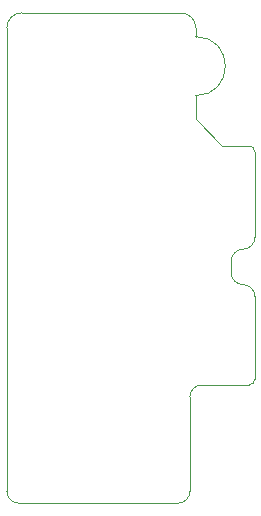
<source format=gm1>
G04 #@! TF.GenerationSoftware,KiCad,Pcbnew,7.0.7*
G04 #@! TF.CreationDate,2023-09-04T22:31:34-04:00*
G04 #@! TF.ProjectId,k1-aioc,6b312d61-696f-4632-9e6b-696361645f70,rev?*
G04 #@! TF.SameCoordinates,Original*
G04 #@! TF.FileFunction,Profile,NP*
%FSLAX46Y46*%
G04 Gerber Fmt 4.6, Leading zero omitted, Abs format (unit mm)*
G04 Created by KiCad (PCBNEW 7.0.7) date 2023-09-04 22:31:34*
%MOMM*%
%LPD*%
G01*
G04 APERTURE LIST*
G04 #@! TA.AperFunction,Profile*
%ADD10C,0.100000*%
G04 #@! TD*
G04 APERTURE END LIST*
D10*
X105750000Y-111750000D02*
X105750000Y-104500000D01*
X105250000Y-124250000D02*
X101250000Y-124250000D01*
X84750000Y-123000000D02*
X84750000Y-94000000D01*
X103000000Y-104000000D02*
X105250000Y-104000000D01*
X104750000Y-112750000D02*
G75*
G03*
X105750000Y-111750000I0J1000000D01*
G01*
X100250000Y-125250000D02*
X100250000Y-133250000D01*
X84750000Y-133250000D02*
G75*
G03*
X85750000Y-134250000I1000000J0D01*
G01*
X105250000Y-124250000D02*
G75*
G03*
X105750000Y-123750000I0J500000D01*
G01*
X105750000Y-116750000D02*
X105750000Y-123750000D01*
X103000000Y-104000000D02*
X100750000Y-101750000D01*
X100750000Y-94000000D02*
G75*
G03*
X99500000Y-92750000I-1250000J0D01*
G01*
X84750000Y-133250000D02*
X84750000Y-123000000D01*
X103750000Y-114750000D02*
X103750000Y-113750000D01*
X100750000Y-101750000D02*
X100750000Y-99750000D01*
X104750000Y-112750000D02*
G75*
G03*
X103750000Y-113750000I0J-1000000D01*
G01*
X86000000Y-92750000D02*
G75*
G03*
X84750000Y-94000000I0J-1250000D01*
G01*
X87250000Y-92750000D02*
X99500000Y-92750000D01*
X99250000Y-134250000D02*
X85750000Y-134250000D01*
X103750000Y-114750000D02*
G75*
G03*
X104750000Y-115750000I1000000J0D01*
G01*
X105750000Y-116750000D02*
G75*
G03*
X104750000Y-115750000I-1000000J0D01*
G01*
X105750000Y-104500000D02*
G75*
G03*
X105250000Y-104000000I-500000J0D01*
G01*
X99250000Y-134250000D02*
G75*
G03*
X100250000Y-133250000I0J1000000D01*
G01*
X100750000Y-94750000D02*
X100750000Y-94000000D01*
X87250000Y-92750000D02*
X86000000Y-92750000D01*
X101250000Y-124250000D02*
G75*
G03*
X100250000Y-125250000I0J-1000000D01*
G01*
X100750000Y-99750000D02*
G75*
G03*
X100750000Y-94750000I0J2500000D01*
G01*
M02*

</source>
